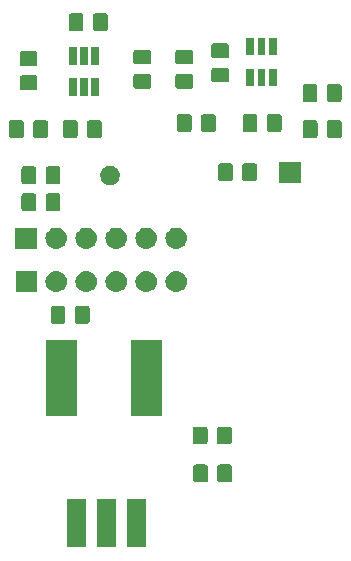
<source format=gts>
G04 #@! TF.GenerationSoftware,KiCad,Pcbnew,(5.1.4)-1*
G04 #@! TF.CreationDate,2019-11-26T11:13:51+01:00*
G04 #@! TF.ProjectId,SoundModule,536f756e-644d-46f6-9475-6c652e6b6963,rev?*
G04 #@! TF.SameCoordinates,Original*
G04 #@! TF.FileFunction,Soldermask,Top*
G04 #@! TF.FilePolarity,Negative*
%FSLAX46Y46*%
G04 Gerber Fmt 4.6, Leading zero omitted, Abs format (unit mm)*
G04 Created by KiCad (PCBNEW (5.1.4)-1) date 2019-11-26 11:13:51*
%MOMM*%
%LPD*%
G04 APERTURE LIST*
%ADD10C,0.100000*%
G04 APERTURE END LIST*
D10*
G36*
X120754340Y-103969520D02*
G01*
X119128340Y-103969520D01*
X119128340Y-99867520D01*
X120754340Y-99867520D01*
X120754340Y-103969520D01*
X120754340Y-103969520D01*
G37*
G36*
X125834340Y-103969520D02*
G01*
X124208340Y-103969520D01*
X124208340Y-99867520D01*
X125834340Y-99867520D01*
X125834340Y-103969520D01*
X125834340Y-103969520D01*
G37*
G36*
X123294340Y-103969520D02*
G01*
X121668340Y-103969520D01*
X121668340Y-99867520D01*
X123294340Y-99867520D01*
X123294340Y-103969520D01*
X123294340Y-103969520D01*
G37*
G36*
X130872354Y-96985045D02*
G01*
X130910047Y-96996479D01*
X130944783Y-97015046D01*
X130975228Y-97040032D01*
X131000214Y-97070477D01*
X131018781Y-97105213D01*
X131030215Y-97142906D01*
X131034680Y-97188241D01*
X131034680Y-98274919D01*
X131030215Y-98320254D01*
X131018781Y-98357947D01*
X131000214Y-98392683D01*
X130975228Y-98423128D01*
X130944783Y-98448114D01*
X130910047Y-98466681D01*
X130872354Y-98478115D01*
X130827019Y-98482580D01*
X129990341Y-98482580D01*
X129945006Y-98478115D01*
X129907313Y-98466681D01*
X129872577Y-98448114D01*
X129842132Y-98423128D01*
X129817146Y-98392683D01*
X129798579Y-98357947D01*
X129787145Y-98320254D01*
X129782680Y-98274919D01*
X129782680Y-97188241D01*
X129787145Y-97142906D01*
X129798579Y-97105213D01*
X129817146Y-97070477D01*
X129842132Y-97040032D01*
X129872577Y-97015046D01*
X129907313Y-96996479D01*
X129945006Y-96985045D01*
X129990341Y-96980580D01*
X130827019Y-96980580D01*
X130872354Y-96985045D01*
X130872354Y-96985045D01*
G37*
G36*
X132922354Y-96985045D02*
G01*
X132960047Y-96996479D01*
X132994783Y-97015046D01*
X133025228Y-97040032D01*
X133050214Y-97070477D01*
X133068781Y-97105213D01*
X133080215Y-97142906D01*
X133084680Y-97188241D01*
X133084680Y-98274919D01*
X133080215Y-98320254D01*
X133068781Y-98357947D01*
X133050214Y-98392683D01*
X133025228Y-98423128D01*
X132994783Y-98448114D01*
X132960047Y-98466681D01*
X132922354Y-98478115D01*
X132877019Y-98482580D01*
X132040341Y-98482580D01*
X131995006Y-98478115D01*
X131957313Y-98466681D01*
X131922577Y-98448114D01*
X131892132Y-98423128D01*
X131867146Y-98392683D01*
X131848579Y-98357947D01*
X131837145Y-98320254D01*
X131832680Y-98274919D01*
X131832680Y-97188241D01*
X131837145Y-97142906D01*
X131848579Y-97105213D01*
X131867146Y-97070477D01*
X131892132Y-97040032D01*
X131922577Y-97015046D01*
X131957313Y-96996479D01*
X131995006Y-96985045D01*
X132040341Y-96980580D01*
X132877019Y-96980580D01*
X132922354Y-96985045D01*
X132922354Y-96985045D01*
G37*
G36*
X130837954Y-93769405D02*
G01*
X130875647Y-93780839D01*
X130910383Y-93799406D01*
X130940828Y-93824392D01*
X130965814Y-93854837D01*
X130984381Y-93889573D01*
X130995815Y-93927266D01*
X131000280Y-93972601D01*
X131000280Y-95059279D01*
X130995815Y-95104614D01*
X130984381Y-95142307D01*
X130965814Y-95177043D01*
X130940828Y-95207488D01*
X130910383Y-95232474D01*
X130875647Y-95251041D01*
X130837954Y-95262475D01*
X130792619Y-95266940D01*
X129955941Y-95266940D01*
X129910606Y-95262475D01*
X129872913Y-95251041D01*
X129838177Y-95232474D01*
X129807732Y-95207488D01*
X129782746Y-95177043D01*
X129764179Y-95142307D01*
X129752745Y-95104614D01*
X129748280Y-95059279D01*
X129748280Y-93972601D01*
X129752745Y-93927266D01*
X129764179Y-93889573D01*
X129782746Y-93854837D01*
X129807732Y-93824392D01*
X129838177Y-93799406D01*
X129872913Y-93780839D01*
X129910606Y-93769405D01*
X129955941Y-93764940D01*
X130792619Y-93764940D01*
X130837954Y-93769405D01*
X130837954Y-93769405D01*
G37*
G36*
X132887954Y-93769405D02*
G01*
X132925647Y-93780839D01*
X132960383Y-93799406D01*
X132990828Y-93824392D01*
X133015814Y-93854837D01*
X133034381Y-93889573D01*
X133045815Y-93927266D01*
X133050280Y-93972601D01*
X133050280Y-95059279D01*
X133045815Y-95104614D01*
X133034381Y-95142307D01*
X133015814Y-95177043D01*
X132990828Y-95207488D01*
X132960383Y-95232474D01*
X132925647Y-95251041D01*
X132887954Y-95262475D01*
X132842619Y-95266940D01*
X132005941Y-95266940D01*
X131960606Y-95262475D01*
X131922913Y-95251041D01*
X131888177Y-95232474D01*
X131857732Y-95207488D01*
X131832746Y-95177043D01*
X131814179Y-95142307D01*
X131802745Y-95104614D01*
X131798280Y-95059279D01*
X131798280Y-93972601D01*
X131802745Y-93927266D01*
X131814179Y-93889573D01*
X131832746Y-93854837D01*
X131857732Y-93824392D01*
X131888177Y-93799406D01*
X131922913Y-93780839D01*
X131960606Y-93769405D01*
X132005941Y-93764940D01*
X132842619Y-93764940D01*
X132887954Y-93769405D01*
X132887954Y-93769405D01*
G37*
G36*
X127162180Y-92846680D02*
G01*
X124560180Y-92846680D01*
X124560180Y-86444680D01*
X127162180Y-86444680D01*
X127162180Y-92846680D01*
X127162180Y-92846680D01*
G37*
G36*
X119962180Y-92846680D02*
G01*
X117360180Y-92846680D01*
X117360180Y-86444680D01*
X119962180Y-86444680D01*
X119962180Y-92846680D01*
X119962180Y-92846680D01*
G37*
G36*
X118809674Y-83561145D02*
G01*
X118847367Y-83572579D01*
X118882103Y-83591146D01*
X118912548Y-83616132D01*
X118937534Y-83646577D01*
X118956101Y-83681313D01*
X118967535Y-83719006D01*
X118972000Y-83764341D01*
X118972000Y-84851019D01*
X118967535Y-84896354D01*
X118956101Y-84934047D01*
X118937534Y-84968783D01*
X118912548Y-84999228D01*
X118882103Y-85024214D01*
X118847367Y-85042781D01*
X118809674Y-85054215D01*
X118764339Y-85058680D01*
X117927661Y-85058680D01*
X117882326Y-85054215D01*
X117844633Y-85042781D01*
X117809897Y-85024214D01*
X117779452Y-84999228D01*
X117754466Y-84968783D01*
X117735899Y-84934047D01*
X117724465Y-84896354D01*
X117720000Y-84851019D01*
X117720000Y-83764341D01*
X117724465Y-83719006D01*
X117735899Y-83681313D01*
X117754466Y-83646577D01*
X117779452Y-83616132D01*
X117809897Y-83591146D01*
X117844633Y-83572579D01*
X117882326Y-83561145D01*
X117927661Y-83556680D01*
X118764339Y-83556680D01*
X118809674Y-83561145D01*
X118809674Y-83561145D01*
G37*
G36*
X120859674Y-83561145D02*
G01*
X120897367Y-83572579D01*
X120932103Y-83591146D01*
X120962548Y-83616132D01*
X120987534Y-83646577D01*
X121006101Y-83681313D01*
X121017535Y-83719006D01*
X121022000Y-83764341D01*
X121022000Y-84851019D01*
X121017535Y-84896354D01*
X121006101Y-84934047D01*
X120987534Y-84968783D01*
X120962548Y-84999228D01*
X120932103Y-85024214D01*
X120897367Y-85042781D01*
X120859674Y-85054215D01*
X120814339Y-85058680D01*
X119977661Y-85058680D01*
X119932326Y-85054215D01*
X119894633Y-85042781D01*
X119859897Y-85024214D01*
X119829452Y-84999228D01*
X119804466Y-84968783D01*
X119785899Y-84934047D01*
X119774465Y-84896354D01*
X119770000Y-84851019D01*
X119770000Y-83764341D01*
X119774465Y-83719006D01*
X119785899Y-83681313D01*
X119804466Y-83646577D01*
X119829452Y-83616132D01*
X119859897Y-83591146D01*
X119894633Y-83572579D01*
X119932326Y-83561145D01*
X119977661Y-83556680D01*
X120814339Y-83556680D01*
X120859674Y-83561145D01*
X120859674Y-83561145D01*
G37*
G36*
X125916643Y-80588719D02*
G01*
X125982827Y-80595237D01*
X126152666Y-80646757D01*
X126309191Y-80730422D01*
X126344929Y-80759752D01*
X126446386Y-80843014D01*
X126529648Y-80944471D01*
X126558978Y-80980209D01*
X126642643Y-81136734D01*
X126694163Y-81306573D01*
X126711559Y-81483200D01*
X126694163Y-81659827D01*
X126642643Y-81829666D01*
X126558978Y-81986191D01*
X126529648Y-82021929D01*
X126446386Y-82123386D01*
X126344929Y-82206648D01*
X126309191Y-82235978D01*
X126152666Y-82319643D01*
X125982827Y-82371163D01*
X125916642Y-82377682D01*
X125850460Y-82384200D01*
X125761940Y-82384200D01*
X125695758Y-82377682D01*
X125629573Y-82371163D01*
X125459734Y-82319643D01*
X125303209Y-82235978D01*
X125267471Y-82206648D01*
X125166014Y-82123386D01*
X125082752Y-82021929D01*
X125053422Y-81986191D01*
X124969757Y-81829666D01*
X124918237Y-81659827D01*
X124900841Y-81483200D01*
X124918237Y-81306573D01*
X124969757Y-81136734D01*
X125053422Y-80980209D01*
X125082752Y-80944471D01*
X125166014Y-80843014D01*
X125267471Y-80759752D01*
X125303209Y-80730422D01*
X125459734Y-80646757D01*
X125629573Y-80595237D01*
X125695757Y-80588719D01*
X125761940Y-80582200D01*
X125850460Y-80582200D01*
X125916643Y-80588719D01*
X125916643Y-80588719D01*
G37*
G36*
X116547200Y-82384200D02*
G01*
X114745200Y-82384200D01*
X114745200Y-80582200D01*
X116547200Y-80582200D01*
X116547200Y-82384200D01*
X116547200Y-82384200D01*
G37*
G36*
X118296643Y-80588719D02*
G01*
X118362827Y-80595237D01*
X118532666Y-80646757D01*
X118689191Y-80730422D01*
X118724929Y-80759752D01*
X118826386Y-80843014D01*
X118909648Y-80944471D01*
X118938978Y-80980209D01*
X119022643Y-81136734D01*
X119074163Y-81306573D01*
X119091559Y-81483200D01*
X119074163Y-81659827D01*
X119022643Y-81829666D01*
X118938978Y-81986191D01*
X118909648Y-82021929D01*
X118826386Y-82123386D01*
X118724929Y-82206648D01*
X118689191Y-82235978D01*
X118532666Y-82319643D01*
X118362827Y-82371163D01*
X118296642Y-82377682D01*
X118230460Y-82384200D01*
X118141940Y-82384200D01*
X118075758Y-82377682D01*
X118009573Y-82371163D01*
X117839734Y-82319643D01*
X117683209Y-82235978D01*
X117647471Y-82206648D01*
X117546014Y-82123386D01*
X117462752Y-82021929D01*
X117433422Y-81986191D01*
X117349757Y-81829666D01*
X117298237Y-81659827D01*
X117280841Y-81483200D01*
X117298237Y-81306573D01*
X117349757Y-81136734D01*
X117433422Y-80980209D01*
X117462752Y-80944471D01*
X117546014Y-80843014D01*
X117647471Y-80759752D01*
X117683209Y-80730422D01*
X117839734Y-80646757D01*
X118009573Y-80595237D01*
X118075757Y-80588719D01*
X118141940Y-80582200D01*
X118230460Y-80582200D01*
X118296643Y-80588719D01*
X118296643Y-80588719D01*
G37*
G36*
X120836643Y-80588719D02*
G01*
X120902827Y-80595237D01*
X121072666Y-80646757D01*
X121229191Y-80730422D01*
X121264929Y-80759752D01*
X121366386Y-80843014D01*
X121449648Y-80944471D01*
X121478978Y-80980209D01*
X121562643Y-81136734D01*
X121614163Y-81306573D01*
X121631559Y-81483200D01*
X121614163Y-81659827D01*
X121562643Y-81829666D01*
X121478978Y-81986191D01*
X121449648Y-82021929D01*
X121366386Y-82123386D01*
X121264929Y-82206648D01*
X121229191Y-82235978D01*
X121072666Y-82319643D01*
X120902827Y-82371163D01*
X120836642Y-82377682D01*
X120770460Y-82384200D01*
X120681940Y-82384200D01*
X120615758Y-82377682D01*
X120549573Y-82371163D01*
X120379734Y-82319643D01*
X120223209Y-82235978D01*
X120187471Y-82206648D01*
X120086014Y-82123386D01*
X120002752Y-82021929D01*
X119973422Y-81986191D01*
X119889757Y-81829666D01*
X119838237Y-81659827D01*
X119820841Y-81483200D01*
X119838237Y-81306573D01*
X119889757Y-81136734D01*
X119973422Y-80980209D01*
X120002752Y-80944471D01*
X120086014Y-80843014D01*
X120187471Y-80759752D01*
X120223209Y-80730422D01*
X120379734Y-80646757D01*
X120549573Y-80595237D01*
X120615757Y-80588719D01*
X120681940Y-80582200D01*
X120770460Y-80582200D01*
X120836643Y-80588719D01*
X120836643Y-80588719D01*
G37*
G36*
X123376643Y-80588719D02*
G01*
X123442827Y-80595237D01*
X123612666Y-80646757D01*
X123769191Y-80730422D01*
X123804929Y-80759752D01*
X123906386Y-80843014D01*
X123989648Y-80944471D01*
X124018978Y-80980209D01*
X124102643Y-81136734D01*
X124154163Y-81306573D01*
X124171559Y-81483200D01*
X124154163Y-81659827D01*
X124102643Y-81829666D01*
X124018978Y-81986191D01*
X123989648Y-82021929D01*
X123906386Y-82123386D01*
X123804929Y-82206648D01*
X123769191Y-82235978D01*
X123612666Y-82319643D01*
X123442827Y-82371163D01*
X123376642Y-82377682D01*
X123310460Y-82384200D01*
X123221940Y-82384200D01*
X123155758Y-82377682D01*
X123089573Y-82371163D01*
X122919734Y-82319643D01*
X122763209Y-82235978D01*
X122727471Y-82206648D01*
X122626014Y-82123386D01*
X122542752Y-82021929D01*
X122513422Y-81986191D01*
X122429757Y-81829666D01*
X122378237Y-81659827D01*
X122360841Y-81483200D01*
X122378237Y-81306573D01*
X122429757Y-81136734D01*
X122513422Y-80980209D01*
X122542752Y-80944471D01*
X122626014Y-80843014D01*
X122727471Y-80759752D01*
X122763209Y-80730422D01*
X122919734Y-80646757D01*
X123089573Y-80595237D01*
X123155757Y-80588719D01*
X123221940Y-80582200D01*
X123310460Y-80582200D01*
X123376643Y-80588719D01*
X123376643Y-80588719D01*
G37*
G36*
X128456643Y-80588719D02*
G01*
X128522827Y-80595237D01*
X128692666Y-80646757D01*
X128849191Y-80730422D01*
X128884929Y-80759752D01*
X128986386Y-80843014D01*
X129069648Y-80944471D01*
X129098978Y-80980209D01*
X129182643Y-81136734D01*
X129234163Y-81306573D01*
X129251559Y-81483200D01*
X129234163Y-81659827D01*
X129182643Y-81829666D01*
X129098978Y-81986191D01*
X129069648Y-82021929D01*
X128986386Y-82123386D01*
X128884929Y-82206648D01*
X128849191Y-82235978D01*
X128692666Y-82319643D01*
X128522827Y-82371163D01*
X128456642Y-82377682D01*
X128390460Y-82384200D01*
X128301940Y-82384200D01*
X128235758Y-82377682D01*
X128169573Y-82371163D01*
X127999734Y-82319643D01*
X127843209Y-82235978D01*
X127807471Y-82206648D01*
X127706014Y-82123386D01*
X127622752Y-82021929D01*
X127593422Y-81986191D01*
X127509757Y-81829666D01*
X127458237Y-81659827D01*
X127440841Y-81483200D01*
X127458237Y-81306573D01*
X127509757Y-81136734D01*
X127593422Y-80980209D01*
X127622752Y-80944471D01*
X127706014Y-80843014D01*
X127807471Y-80759752D01*
X127843209Y-80730422D01*
X127999734Y-80646757D01*
X128169573Y-80595237D01*
X128235757Y-80588719D01*
X128301940Y-80582200D01*
X128390460Y-80582200D01*
X128456643Y-80588719D01*
X128456643Y-80588719D01*
G37*
G36*
X128451563Y-76936199D02*
G01*
X128517747Y-76942717D01*
X128687586Y-76994237D01*
X128844111Y-77077902D01*
X128879849Y-77107232D01*
X128981306Y-77190494D01*
X129064568Y-77291951D01*
X129093898Y-77327689D01*
X129177563Y-77484214D01*
X129229083Y-77654053D01*
X129246479Y-77830680D01*
X129229083Y-78007307D01*
X129177563Y-78177146D01*
X129093898Y-78333671D01*
X129064568Y-78369409D01*
X128981306Y-78470866D01*
X128879849Y-78554128D01*
X128844111Y-78583458D01*
X128687586Y-78667123D01*
X128517747Y-78718643D01*
X128451562Y-78725162D01*
X128385380Y-78731680D01*
X128296860Y-78731680D01*
X128230678Y-78725162D01*
X128164493Y-78718643D01*
X127994654Y-78667123D01*
X127838129Y-78583458D01*
X127802391Y-78554128D01*
X127700934Y-78470866D01*
X127617672Y-78369409D01*
X127588342Y-78333671D01*
X127504677Y-78177146D01*
X127453157Y-78007307D01*
X127435761Y-77830680D01*
X127453157Y-77654053D01*
X127504677Y-77484214D01*
X127588342Y-77327689D01*
X127617672Y-77291951D01*
X127700934Y-77190494D01*
X127802391Y-77107232D01*
X127838129Y-77077902D01*
X127994654Y-76994237D01*
X128164493Y-76942717D01*
X128230677Y-76936199D01*
X128296860Y-76929680D01*
X128385380Y-76929680D01*
X128451563Y-76936199D01*
X128451563Y-76936199D01*
G37*
G36*
X116542120Y-78731680D02*
G01*
X114740120Y-78731680D01*
X114740120Y-76929680D01*
X116542120Y-76929680D01*
X116542120Y-78731680D01*
X116542120Y-78731680D01*
G37*
G36*
X118291563Y-76936199D02*
G01*
X118357747Y-76942717D01*
X118527586Y-76994237D01*
X118684111Y-77077902D01*
X118719849Y-77107232D01*
X118821306Y-77190494D01*
X118904568Y-77291951D01*
X118933898Y-77327689D01*
X119017563Y-77484214D01*
X119069083Y-77654053D01*
X119086479Y-77830680D01*
X119069083Y-78007307D01*
X119017563Y-78177146D01*
X118933898Y-78333671D01*
X118904568Y-78369409D01*
X118821306Y-78470866D01*
X118719849Y-78554128D01*
X118684111Y-78583458D01*
X118527586Y-78667123D01*
X118357747Y-78718643D01*
X118291562Y-78725162D01*
X118225380Y-78731680D01*
X118136860Y-78731680D01*
X118070678Y-78725162D01*
X118004493Y-78718643D01*
X117834654Y-78667123D01*
X117678129Y-78583458D01*
X117642391Y-78554128D01*
X117540934Y-78470866D01*
X117457672Y-78369409D01*
X117428342Y-78333671D01*
X117344677Y-78177146D01*
X117293157Y-78007307D01*
X117275761Y-77830680D01*
X117293157Y-77654053D01*
X117344677Y-77484214D01*
X117428342Y-77327689D01*
X117457672Y-77291951D01*
X117540934Y-77190494D01*
X117642391Y-77107232D01*
X117678129Y-77077902D01*
X117834654Y-76994237D01*
X118004493Y-76942717D01*
X118070677Y-76936199D01*
X118136860Y-76929680D01*
X118225380Y-76929680D01*
X118291563Y-76936199D01*
X118291563Y-76936199D01*
G37*
G36*
X120831563Y-76936199D02*
G01*
X120897747Y-76942717D01*
X121067586Y-76994237D01*
X121224111Y-77077902D01*
X121259849Y-77107232D01*
X121361306Y-77190494D01*
X121444568Y-77291951D01*
X121473898Y-77327689D01*
X121557563Y-77484214D01*
X121609083Y-77654053D01*
X121626479Y-77830680D01*
X121609083Y-78007307D01*
X121557563Y-78177146D01*
X121473898Y-78333671D01*
X121444568Y-78369409D01*
X121361306Y-78470866D01*
X121259849Y-78554128D01*
X121224111Y-78583458D01*
X121067586Y-78667123D01*
X120897747Y-78718643D01*
X120831562Y-78725162D01*
X120765380Y-78731680D01*
X120676860Y-78731680D01*
X120610678Y-78725162D01*
X120544493Y-78718643D01*
X120374654Y-78667123D01*
X120218129Y-78583458D01*
X120182391Y-78554128D01*
X120080934Y-78470866D01*
X119997672Y-78369409D01*
X119968342Y-78333671D01*
X119884677Y-78177146D01*
X119833157Y-78007307D01*
X119815761Y-77830680D01*
X119833157Y-77654053D01*
X119884677Y-77484214D01*
X119968342Y-77327689D01*
X119997672Y-77291951D01*
X120080934Y-77190494D01*
X120182391Y-77107232D01*
X120218129Y-77077902D01*
X120374654Y-76994237D01*
X120544493Y-76942717D01*
X120610677Y-76936199D01*
X120676860Y-76929680D01*
X120765380Y-76929680D01*
X120831563Y-76936199D01*
X120831563Y-76936199D01*
G37*
G36*
X123371563Y-76936199D02*
G01*
X123437747Y-76942717D01*
X123607586Y-76994237D01*
X123764111Y-77077902D01*
X123799849Y-77107232D01*
X123901306Y-77190494D01*
X123984568Y-77291951D01*
X124013898Y-77327689D01*
X124097563Y-77484214D01*
X124149083Y-77654053D01*
X124166479Y-77830680D01*
X124149083Y-78007307D01*
X124097563Y-78177146D01*
X124013898Y-78333671D01*
X123984568Y-78369409D01*
X123901306Y-78470866D01*
X123799849Y-78554128D01*
X123764111Y-78583458D01*
X123607586Y-78667123D01*
X123437747Y-78718643D01*
X123371562Y-78725162D01*
X123305380Y-78731680D01*
X123216860Y-78731680D01*
X123150678Y-78725162D01*
X123084493Y-78718643D01*
X122914654Y-78667123D01*
X122758129Y-78583458D01*
X122722391Y-78554128D01*
X122620934Y-78470866D01*
X122537672Y-78369409D01*
X122508342Y-78333671D01*
X122424677Y-78177146D01*
X122373157Y-78007307D01*
X122355761Y-77830680D01*
X122373157Y-77654053D01*
X122424677Y-77484214D01*
X122508342Y-77327689D01*
X122537672Y-77291951D01*
X122620934Y-77190494D01*
X122722391Y-77107232D01*
X122758129Y-77077902D01*
X122914654Y-76994237D01*
X123084493Y-76942717D01*
X123150677Y-76936199D01*
X123216860Y-76929680D01*
X123305380Y-76929680D01*
X123371563Y-76936199D01*
X123371563Y-76936199D01*
G37*
G36*
X125911563Y-76936199D02*
G01*
X125977747Y-76942717D01*
X126147586Y-76994237D01*
X126304111Y-77077902D01*
X126339849Y-77107232D01*
X126441306Y-77190494D01*
X126524568Y-77291951D01*
X126553898Y-77327689D01*
X126637563Y-77484214D01*
X126689083Y-77654053D01*
X126706479Y-77830680D01*
X126689083Y-78007307D01*
X126637563Y-78177146D01*
X126553898Y-78333671D01*
X126524568Y-78369409D01*
X126441306Y-78470866D01*
X126339849Y-78554128D01*
X126304111Y-78583458D01*
X126147586Y-78667123D01*
X125977747Y-78718643D01*
X125911562Y-78725162D01*
X125845380Y-78731680D01*
X125756860Y-78731680D01*
X125690678Y-78725162D01*
X125624493Y-78718643D01*
X125454654Y-78667123D01*
X125298129Y-78583458D01*
X125262391Y-78554128D01*
X125160934Y-78470866D01*
X125077672Y-78369409D01*
X125048342Y-78333671D01*
X124964677Y-78177146D01*
X124913157Y-78007307D01*
X124895761Y-77830680D01*
X124913157Y-77654053D01*
X124964677Y-77484214D01*
X125048342Y-77327689D01*
X125077672Y-77291951D01*
X125160934Y-77190494D01*
X125262391Y-77107232D01*
X125298129Y-77077902D01*
X125454654Y-76994237D01*
X125624493Y-76942717D01*
X125690677Y-76936199D01*
X125756860Y-76929680D01*
X125845380Y-76929680D01*
X125911563Y-76936199D01*
X125911563Y-76936199D01*
G37*
G36*
X116340794Y-74036145D02*
G01*
X116378487Y-74047579D01*
X116413223Y-74066146D01*
X116443668Y-74091132D01*
X116468654Y-74121577D01*
X116487221Y-74156313D01*
X116498655Y-74194006D01*
X116503120Y-74239341D01*
X116503120Y-75326019D01*
X116498655Y-75371354D01*
X116487221Y-75409047D01*
X116468654Y-75443783D01*
X116443668Y-75474228D01*
X116413223Y-75499214D01*
X116378487Y-75517781D01*
X116340794Y-75529215D01*
X116295459Y-75533680D01*
X115458781Y-75533680D01*
X115413446Y-75529215D01*
X115375753Y-75517781D01*
X115341017Y-75499214D01*
X115310572Y-75474228D01*
X115285586Y-75443783D01*
X115267019Y-75409047D01*
X115255585Y-75371354D01*
X115251120Y-75326019D01*
X115251120Y-74239341D01*
X115255585Y-74194006D01*
X115267019Y-74156313D01*
X115285586Y-74121577D01*
X115310572Y-74091132D01*
X115341017Y-74066146D01*
X115375753Y-74047579D01*
X115413446Y-74036145D01*
X115458781Y-74031680D01*
X116295459Y-74031680D01*
X116340794Y-74036145D01*
X116340794Y-74036145D01*
G37*
G36*
X118390794Y-74036145D02*
G01*
X118428487Y-74047579D01*
X118463223Y-74066146D01*
X118493668Y-74091132D01*
X118518654Y-74121577D01*
X118537221Y-74156313D01*
X118548655Y-74194006D01*
X118553120Y-74239341D01*
X118553120Y-75326019D01*
X118548655Y-75371354D01*
X118537221Y-75409047D01*
X118518654Y-75443783D01*
X118493668Y-75474228D01*
X118463223Y-75499214D01*
X118428487Y-75517781D01*
X118390794Y-75529215D01*
X118345459Y-75533680D01*
X117508781Y-75533680D01*
X117463446Y-75529215D01*
X117425753Y-75517781D01*
X117391017Y-75499214D01*
X117360572Y-75474228D01*
X117335586Y-75443783D01*
X117317019Y-75409047D01*
X117305585Y-75371354D01*
X117301120Y-75326019D01*
X117301120Y-74239341D01*
X117305585Y-74194006D01*
X117317019Y-74156313D01*
X117335586Y-74121577D01*
X117360572Y-74091132D01*
X117391017Y-74066146D01*
X117425753Y-74047579D01*
X117463446Y-74036145D01*
X117508781Y-74031680D01*
X118345459Y-74031680D01*
X118390794Y-74036145D01*
X118390794Y-74036145D01*
G37*
G36*
X122990514Y-71698614D02*
G01*
X123141744Y-71761256D01*
X123141746Y-71761257D01*
X123277852Y-71852200D01*
X123393600Y-71967948D01*
X123426945Y-72017853D01*
X123484544Y-72104056D01*
X123547186Y-72255286D01*
X123579120Y-72415832D01*
X123579120Y-72579528D01*
X123547186Y-72740074D01*
X123484544Y-72891304D01*
X123484543Y-72891306D01*
X123393600Y-73027412D01*
X123277852Y-73143160D01*
X123141746Y-73234103D01*
X123141745Y-73234104D01*
X123141744Y-73234104D01*
X122990514Y-73296746D01*
X122829968Y-73328680D01*
X122666272Y-73328680D01*
X122505726Y-73296746D01*
X122354496Y-73234104D01*
X122354495Y-73234104D01*
X122354494Y-73234103D01*
X122218388Y-73143160D01*
X122102640Y-73027412D01*
X122011697Y-72891306D01*
X122011696Y-72891304D01*
X121949054Y-72740074D01*
X121917120Y-72579528D01*
X121917120Y-72415832D01*
X121949054Y-72255286D01*
X122011696Y-72104056D01*
X122069295Y-72017853D01*
X122102640Y-71967948D01*
X122218388Y-71852200D01*
X122354494Y-71761257D01*
X122354496Y-71761256D01*
X122505726Y-71698614D01*
X122666272Y-71666680D01*
X122829968Y-71666680D01*
X122990514Y-71698614D01*
X122990514Y-71698614D01*
G37*
G36*
X118390794Y-71750145D02*
G01*
X118428487Y-71761579D01*
X118463223Y-71780146D01*
X118493668Y-71805132D01*
X118518654Y-71835577D01*
X118537221Y-71870313D01*
X118548655Y-71908006D01*
X118553120Y-71953341D01*
X118553120Y-73040019D01*
X118548655Y-73085354D01*
X118537221Y-73123047D01*
X118518654Y-73157783D01*
X118493668Y-73188228D01*
X118463223Y-73213214D01*
X118428487Y-73231781D01*
X118390794Y-73243215D01*
X118345459Y-73247680D01*
X117508781Y-73247680D01*
X117463446Y-73243215D01*
X117425753Y-73231781D01*
X117391017Y-73213214D01*
X117360572Y-73188228D01*
X117335586Y-73157783D01*
X117317019Y-73123047D01*
X117305585Y-73085354D01*
X117301120Y-73040019D01*
X117301120Y-71953341D01*
X117305585Y-71908006D01*
X117317019Y-71870313D01*
X117335586Y-71835577D01*
X117360572Y-71805132D01*
X117391017Y-71780146D01*
X117425753Y-71761579D01*
X117463446Y-71750145D01*
X117508781Y-71745680D01*
X118345459Y-71745680D01*
X118390794Y-71750145D01*
X118390794Y-71750145D01*
G37*
G36*
X116340794Y-71750145D02*
G01*
X116378487Y-71761579D01*
X116413223Y-71780146D01*
X116443668Y-71805132D01*
X116468654Y-71835577D01*
X116487221Y-71870313D01*
X116498655Y-71908006D01*
X116503120Y-71953341D01*
X116503120Y-73040019D01*
X116498655Y-73085354D01*
X116487221Y-73123047D01*
X116468654Y-73157783D01*
X116443668Y-73188228D01*
X116413223Y-73213214D01*
X116378487Y-73231781D01*
X116340794Y-73243215D01*
X116295459Y-73247680D01*
X115458781Y-73247680D01*
X115413446Y-73243215D01*
X115375753Y-73231781D01*
X115341017Y-73213214D01*
X115310572Y-73188228D01*
X115285586Y-73157783D01*
X115267019Y-73123047D01*
X115255585Y-73085354D01*
X115251120Y-73040019D01*
X115251120Y-71953341D01*
X115255585Y-71908006D01*
X115267019Y-71870313D01*
X115285586Y-71835577D01*
X115310572Y-71805132D01*
X115341017Y-71780146D01*
X115375753Y-71761579D01*
X115413446Y-71750145D01*
X115458781Y-71745680D01*
X116295459Y-71745680D01*
X116340794Y-71750145D01*
X116340794Y-71750145D01*
G37*
G36*
X138894120Y-73143680D02*
G01*
X137092120Y-73143680D01*
X137092120Y-71341680D01*
X138894120Y-71341680D01*
X138894120Y-73143680D01*
X138894120Y-73143680D01*
G37*
G36*
X135036794Y-71496145D02*
G01*
X135074487Y-71507579D01*
X135109223Y-71526146D01*
X135139668Y-71551132D01*
X135164654Y-71581577D01*
X135183221Y-71616313D01*
X135194655Y-71654006D01*
X135199120Y-71699341D01*
X135199120Y-72786019D01*
X135194655Y-72831354D01*
X135183221Y-72869047D01*
X135164654Y-72903783D01*
X135139668Y-72934228D01*
X135109223Y-72959214D01*
X135074487Y-72977781D01*
X135036794Y-72989215D01*
X134991459Y-72993680D01*
X134154781Y-72993680D01*
X134109446Y-72989215D01*
X134071753Y-72977781D01*
X134037017Y-72959214D01*
X134006572Y-72934228D01*
X133981586Y-72903783D01*
X133963019Y-72869047D01*
X133951585Y-72831354D01*
X133947120Y-72786019D01*
X133947120Y-71699341D01*
X133951585Y-71654006D01*
X133963019Y-71616313D01*
X133981586Y-71581577D01*
X134006572Y-71551132D01*
X134037017Y-71526146D01*
X134071753Y-71507579D01*
X134109446Y-71496145D01*
X134154781Y-71491680D01*
X134991459Y-71491680D01*
X135036794Y-71496145D01*
X135036794Y-71496145D01*
G37*
G36*
X132986794Y-71496145D02*
G01*
X133024487Y-71507579D01*
X133059223Y-71526146D01*
X133089668Y-71551132D01*
X133114654Y-71581577D01*
X133133221Y-71616313D01*
X133144655Y-71654006D01*
X133149120Y-71699341D01*
X133149120Y-72786019D01*
X133144655Y-72831354D01*
X133133221Y-72869047D01*
X133114654Y-72903783D01*
X133089668Y-72934228D01*
X133059223Y-72959214D01*
X133024487Y-72977781D01*
X132986794Y-72989215D01*
X132941459Y-72993680D01*
X132104781Y-72993680D01*
X132059446Y-72989215D01*
X132021753Y-72977781D01*
X131987017Y-72959214D01*
X131956572Y-72934228D01*
X131931586Y-72903783D01*
X131913019Y-72869047D01*
X131901585Y-72831354D01*
X131897120Y-72786019D01*
X131897120Y-71699341D01*
X131901585Y-71654006D01*
X131913019Y-71616313D01*
X131931586Y-71581577D01*
X131956572Y-71551132D01*
X131987017Y-71526146D01*
X132021753Y-71507579D01*
X132059446Y-71496145D01*
X132104781Y-71491680D01*
X132941459Y-71491680D01*
X132986794Y-71496145D01*
X132986794Y-71496145D01*
G37*
G36*
X142204674Y-67833465D02*
G01*
X142242367Y-67844899D01*
X142277103Y-67863466D01*
X142307548Y-67888452D01*
X142332534Y-67918897D01*
X142351101Y-67953633D01*
X142362535Y-67991326D01*
X142367000Y-68036661D01*
X142367000Y-69123339D01*
X142362535Y-69168674D01*
X142351101Y-69206367D01*
X142332534Y-69241103D01*
X142307548Y-69271548D01*
X142277103Y-69296534D01*
X142242367Y-69315101D01*
X142204674Y-69326535D01*
X142159339Y-69331000D01*
X141322661Y-69331000D01*
X141277326Y-69326535D01*
X141239633Y-69315101D01*
X141204897Y-69296534D01*
X141174452Y-69271548D01*
X141149466Y-69241103D01*
X141130899Y-69206367D01*
X141119465Y-69168674D01*
X141115000Y-69123339D01*
X141115000Y-68036661D01*
X141119465Y-67991326D01*
X141130899Y-67953633D01*
X141149466Y-67918897D01*
X141174452Y-67888452D01*
X141204897Y-67863466D01*
X141239633Y-67844899D01*
X141277326Y-67833465D01*
X141322661Y-67829000D01*
X142159339Y-67829000D01*
X142204674Y-67833465D01*
X142204674Y-67833465D01*
G37*
G36*
X121893674Y-67833465D02*
G01*
X121931367Y-67844899D01*
X121966103Y-67863466D01*
X121996548Y-67888452D01*
X122021534Y-67918897D01*
X122040101Y-67953633D01*
X122051535Y-67991326D01*
X122056000Y-68036661D01*
X122056000Y-69123339D01*
X122051535Y-69168674D01*
X122040101Y-69206367D01*
X122021534Y-69241103D01*
X121996548Y-69271548D01*
X121966103Y-69296534D01*
X121931367Y-69315101D01*
X121893674Y-69326535D01*
X121848339Y-69331000D01*
X121011661Y-69331000D01*
X120966326Y-69326535D01*
X120928633Y-69315101D01*
X120893897Y-69296534D01*
X120863452Y-69271548D01*
X120838466Y-69241103D01*
X120819899Y-69206367D01*
X120808465Y-69168674D01*
X120804000Y-69123339D01*
X120804000Y-68036661D01*
X120808465Y-67991326D01*
X120819899Y-67953633D01*
X120838466Y-67918897D01*
X120863452Y-67888452D01*
X120893897Y-67863466D01*
X120928633Y-67844899D01*
X120966326Y-67833465D01*
X121011661Y-67829000D01*
X121848339Y-67829000D01*
X121893674Y-67833465D01*
X121893674Y-67833465D01*
G37*
G36*
X115279074Y-67833465D02*
G01*
X115316767Y-67844899D01*
X115351503Y-67863466D01*
X115381948Y-67888452D01*
X115406934Y-67918897D01*
X115425501Y-67953633D01*
X115436935Y-67991326D01*
X115441400Y-68036661D01*
X115441400Y-69123339D01*
X115436935Y-69168674D01*
X115425501Y-69206367D01*
X115406934Y-69241103D01*
X115381948Y-69271548D01*
X115351503Y-69296534D01*
X115316767Y-69315101D01*
X115279074Y-69326535D01*
X115233739Y-69331000D01*
X114397061Y-69331000D01*
X114351726Y-69326535D01*
X114314033Y-69315101D01*
X114279297Y-69296534D01*
X114248852Y-69271548D01*
X114223866Y-69241103D01*
X114205299Y-69206367D01*
X114193865Y-69168674D01*
X114189400Y-69123339D01*
X114189400Y-68036661D01*
X114193865Y-67991326D01*
X114205299Y-67953633D01*
X114223866Y-67918897D01*
X114248852Y-67888452D01*
X114279297Y-67863466D01*
X114314033Y-67844899D01*
X114351726Y-67833465D01*
X114397061Y-67829000D01*
X115233739Y-67829000D01*
X115279074Y-67833465D01*
X115279074Y-67833465D01*
G37*
G36*
X119843674Y-67833465D02*
G01*
X119881367Y-67844899D01*
X119916103Y-67863466D01*
X119946548Y-67888452D01*
X119971534Y-67918897D01*
X119990101Y-67953633D01*
X120001535Y-67991326D01*
X120006000Y-68036661D01*
X120006000Y-69123339D01*
X120001535Y-69168674D01*
X119990101Y-69206367D01*
X119971534Y-69241103D01*
X119946548Y-69271548D01*
X119916103Y-69296534D01*
X119881367Y-69315101D01*
X119843674Y-69326535D01*
X119798339Y-69331000D01*
X118961661Y-69331000D01*
X118916326Y-69326535D01*
X118878633Y-69315101D01*
X118843897Y-69296534D01*
X118813452Y-69271548D01*
X118788466Y-69241103D01*
X118769899Y-69206367D01*
X118758465Y-69168674D01*
X118754000Y-69123339D01*
X118754000Y-68036661D01*
X118758465Y-67991326D01*
X118769899Y-67953633D01*
X118788466Y-67918897D01*
X118813452Y-67888452D01*
X118843897Y-67863466D01*
X118878633Y-67844899D01*
X118916326Y-67833465D01*
X118961661Y-67829000D01*
X119798339Y-67829000D01*
X119843674Y-67833465D01*
X119843674Y-67833465D01*
G37*
G36*
X140154674Y-67833465D02*
G01*
X140192367Y-67844899D01*
X140227103Y-67863466D01*
X140257548Y-67888452D01*
X140282534Y-67918897D01*
X140301101Y-67953633D01*
X140312535Y-67991326D01*
X140317000Y-68036661D01*
X140317000Y-69123339D01*
X140312535Y-69168674D01*
X140301101Y-69206367D01*
X140282534Y-69241103D01*
X140257548Y-69271548D01*
X140227103Y-69296534D01*
X140192367Y-69315101D01*
X140154674Y-69326535D01*
X140109339Y-69331000D01*
X139272661Y-69331000D01*
X139227326Y-69326535D01*
X139189633Y-69315101D01*
X139154897Y-69296534D01*
X139124452Y-69271548D01*
X139099466Y-69241103D01*
X139080899Y-69206367D01*
X139069465Y-69168674D01*
X139065000Y-69123339D01*
X139065000Y-68036661D01*
X139069465Y-67991326D01*
X139080899Y-67953633D01*
X139099466Y-67918897D01*
X139124452Y-67888452D01*
X139154897Y-67863466D01*
X139189633Y-67844899D01*
X139227326Y-67833465D01*
X139272661Y-67829000D01*
X140109339Y-67829000D01*
X140154674Y-67833465D01*
X140154674Y-67833465D01*
G37*
G36*
X117329074Y-67833465D02*
G01*
X117366767Y-67844899D01*
X117401503Y-67863466D01*
X117431948Y-67888452D01*
X117456934Y-67918897D01*
X117475501Y-67953633D01*
X117486935Y-67991326D01*
X117491400Y-68036661D01*
X117491400Y-69123339D01*
X117486935Y-69168674D01*
X117475501Y-69206367D01*
X117456934Y-69241103D01*
X117431948Y-69271548D01*
X117401503Y-69296534D01*
X117366767Y-69315101D01*
X117329074Y-69326535D01*
X117283739Y-69331000D01*
X116447061Y-69331000D01*
X116401726Y-69326535D01*
X116364033Y-69315101D01*
X116329297Y-69296534D01*
X116298852Y-69271548D01*
X116273866Y-69241103D01*
X116255299Y-69206367D01*
X116243865Y-69168674D01*
X116239400Y-69123339D01*
X116239400Y-68036661D01*
X116243865Y-67991326D01*
X116255299Y-67953633D01*
X116273866Y-67918897D01*
X116298852Y-67888452D01*
X116329297Y-67863466D01*
X116364033Y-67844899D01*
X116401726Y-67833465D01*
X116447061Y-67829000D01*
X117283739Y-67829000D01*
X117329074Y-67833465D01*
X117329074Y-67833465D01*
G37*
G36*
X135065674Y-67325465D02*
G01*
X135103367Y-67336899D01*
X135138103Y-67355466D01*
X135168548Y-67380452D01*
X135193534Y-67410897D01*
X135212101Y-67445633D01*
X135223535Y-67483326D01*
X135228000Y-67528661D01*
X135228000Y-68615339D01*
X135223535Y-68660674D01*
X135212101Y-68698367D01*
X135193534Y-68733103D01*
X135168548Y-68763548D01*
X135138103Y-68788534D01*
X135103367Y-68807101D01*
X135065674Y-68818535D01*
X135020339Y-68823000D01*
X134183661Y-68823000D01*
X134138326Y-68818535D01*
X134100633Y-68807101D01*
X134065897Y-68788534D01*
X134035452Y-68763548D01*
X134010466Y-68733103D01*
X133991899Y-68698367D01*
X133980465Y-68660674D01*
X133976000Y-68615339D01*
X133976000Y-67528661D01*
X133980465Y-67483326D01*
X133991899Y-67445633D01*
X134010466Y-67410897D01*
X134035452Y-67380452D01*
X134065897Y-67355466D01*
X134100633Y-67336899D01*
X134138326Y-67325465D01*
X134183661Y-67321000D01*
X135020339Y-67321000D01*
X135065674Y-67325465D01*
X135065674Y-67325465D01*
G37*
G36*
X131545674Y-67325465D02*
G01*
X131583367Y-67336899D01*
X131618103Y-67355466D01*
X131648548Y-67380452D01*
X131673534Y-67410897D01*
X131692101Y-67445633D01*
X131703535Y-67483326D01*
X131708000Y-67528661D01*
X131708000Y-68615339D01*
X131703535Y-68660674D01*
X131692101Y-68698367D01*
X131673534Y-68733103D01*
X131648548Y-68763548D01*
X131618103Y-68788534D01*
X131583367Y-68807101D01*
X131545674Y-68818535D01*
X131500339Y-68823000D01*
X130663661Y-68823000D01*
X130618326Y-68818535D01*
X130580633Y-68807101D01*
X130545897Y-68788534D01*
X130515452Y-68763548D01*
X130490466Y-68733103D01*
X130471899Y-68698367D01*
X130460465Y-68660674D01*
X130456000Y-68615339D01*
X130456000Y-67528661D01*
X130460465Y-67483326D01*
X130471899Y-67445633D01*
X130490466Y-67410897D01*
X130515452Y-67380452D01*
X130545897Y-67355466D01*
X130580633Y-67336899D01*
X130618326Y-67325465D01*
X130663661Y-67321000D01*
X131500339Y-67321000D01*
X131545674Y-67325465D01*
X131545674Y-67325465D01*
G37*
G36*
X129495674Y-67325465D02*
G01*
X129533367Y-67336899D01*
X129568103Y-67355466D01*
X129598548Y-67380452D01*
X129623534Y-67410897D01*
X129642101Y-67445633D01*
X129653535Y-67483326D01*
X129658000Y-67528661D01*
X129658000Y-68615339D01*
X129653535Y-68660674D01*
X129642101Y-68698367D01*
X129623534Y-68733103D01*
X129598548Y-68763548D01*
X129568103Y-68788534D01*
X129533367Y-68807101D01*
X129495674Y-68818535D01*
X129450339Y-68823000D01*
X128613661Y-68823000D01*
X128568326Y-68818535D01*
X128530633Y-68807101D01*
X128495897Y-68788534D01*
X128465452Y-68763548D01*
X128440466Y-68733103D01*
X128421899Y-68698367D01*
X128410465Y-68660674D01*
X128406000Y-68615339D01*
X128406000Y-67528661D01*
X128410465Y-67483326D01*
X128421899Y-67445633D01*
X128440466Y-67410897D01*
X128465452Y-67380452D01*
X128495897Y-67355466D01*
X128530633Y-67336899D01*
X128568326Y-67325465D01*
X128613661Y-67321000D01*
X129450339Y-67321000D01*
X129495674Y-67325465D01*
X129495674Y-67325465D01*
G37*
G36*
X137115674Y-67325465D02*
G01*
X137153367Y-67336899D01*
X137188103Y-67355466D01*
X137218548Y-67380452D01*
X137243534Y-67410897D01*
X137262101Y-67445633D01*
X137273535Y-67483326D01*
X137278000Y-67528661D01*
X137278000Y-68615339D01*
X137273535Y-68660674D01*
X137262101Y-68698367D01*
X137243534Y-68733103D01*
X137218548Y-68763548D01*
X137188103Y-68788534D01*
X137153367Y-68807101D01*
X137115674Y-68818535D01*
X137070339Y-68823000D01*
X136233661Y-68823000D01*
X136188326Y-68818535D01*
X136150633Y-68807101D01*
X136115897Y-68788534D01*
X136085452Y-68763548D01*
X136060466Y-68733103D01*
X136041899Y-68698367D01*
X136030465Y-68660674D01*
X136026000Y-68615339D01*
X136026000Y-67528661D01*
X136030465Y-67483326D01*
X136041899Y-67445633D01*
X136060466Y-67410897D01*
X136085452Y-67380452D01*
X136115897Y-67355466D01*
X136150633Y-67336899D01*
X136188326Y-67325465D01*
X136233661Y-67321000D01*
X137070339Y-67321000D01*
X137115674Y-67325465D01*
X137115674Y-67325465D01*
G37*
G36*
X140145674Y-64785465D02*
G01*
X140183367Y-64796899D01*
X140218103Y-64815466D01*
X140248548Y-64840452D01*
X140273534Y-64870897D01*
X140292101Y-64905633D01*
X140303535Y-64943326D01*
X140308000Y-64988661D01*
X140308000Y-66075339D01*
X140303535Y-66120674D01*
X140292101Y-66158367D01*
X140273534Y-66193103D01*
X140248548Y-66223548D01*
X140218103Y-66248534D01*
X140183367Y-66267101D01*
X140145674Y-66278535D01*
X140100339Y-66283000D01*
X139263661Y-66283000D01*
X139218326Y-66278535D01*
X139180633Y-66267101D01*
X139145897Y-66248534D01*
X139115452Y-66223548D01*
X139090466Y-66193103D01*
X139071899Y-66158367D01*
X139060465Y-66120674D01*
X139056000Y-66075339D01*
X139056000Y-64988661D01*
X139060465Y-64943326D01*
X139071899Y-64905633D01*
X139090466Y-64870897D01*
X139115452Y-64840452D01*
X139145897Y-64815466D01*
X139180633Y-64796899D01*
X139218326Y-64785465D01*
X139263661Y-64781000D01*
X140100339Y-64781000D01*
X140145674Y-64785465D01*
X140145674Y-64785465D01*
G37*
G36*
X142195674Y-64785465D02*
G01*
X142233367Y-64796899D01*
X142268103Y-64815466D01*
X142298548Y-64840452D01*
X142323534Y-64870897D01*
X142342101Y-64905633D01*
X142353535Y-64943326D01*
X142358000Y-64988661D01*
X142358000Y-66075339D01*
X142353535Y-66120674D01*
X142342101Y-66158367D01*
X142323534Y-66193103D01*
X142298548Y-66223548D01*
X142268103Y-66248534D01*
X142233367Y-66267101D01*
X142195674Y-66278535D01*
X142150339Y-66283000D01*
X141313661Y-66283000D01*
X141268326Y-66278535D01*
X141230633Y-66267101D01*
X141195897Y-66248534D01*
X141165452Y-66223548D01*
X141140466Y-66193103D01*
X141121899Y-66158367D01*
X141110465Y-66120674D01*
X141106000Y-66075339D01*
X141106000Y-64988661D01*
X141110465Y-64943326D01*
X141121899Y-64905633D01*
X141140466Y-64870897D01*
X141165452Y-64840452D01*
X141195897Y-64815466D01*
X141230633Y-64796899D01*
X141268326Y-64785465D01*
X141313661Y-64781000D01*
X142150339Y-64781000D01*
X142195674Y-64785465D01*
X142195674Y-64785465D01*
G37*
G36*
X119914200Y-65749600D02*
G01*
X119262200Y-65749600D01*
X119262200Y-64247600D01*
X119914200Y-64247600D01*
X119914200Y-65749600D01*
X119914200Y-65749600D01*
G37*
G36*
X120864200Y-65749600D02*
G01*
X120212200Y-65749600D01*
X120212200Y-64247600D01*
X120864200Y-64247600D01*
X120864200Y-65749600D01*
X120864200Y-65749600D01*
G37*
G36*
X121814200Y-65749600D02*
G01*
X121162200Y-65749600D01*
X121162200Y-64247600D01*
X121814200Y-64247600D01*
X121814200Y-65749600D01*
X121814200Y-65749600D01*
G37*
G36*
X116438074Y-64039465D02*
G01*
X116475767Y-64050899D01*
X116510503Y-64069466D01*
X116540948Y-64094452D01*
X116565934Y-64124897D01*
X116584501Y-64159633D01*
X116595935Y-64197326D01*
X116600400Y-64242661D01*
X116600400Y-65079339D01*
X116595935Y-65124674D01*
X116584501Y-65162367D01*
X116565934Y-65197103D01*
X116540948Y-65227548D01*
X116510503Y-65252534D01*
X116475767Y-65271101D01*
X116438074Y-65282535D01*
X116392739Y-65287000D01*
X115306061Y-65287000D01*
X115260726Y-65282535D01*
X115223033Y-65271101D01*
X115188297Y-65252534D01*
X115157852Y-65227548D01*
X115132866Y-65197103D01*
X115114299Y-65162367D01*
X115102865Y-65124674D01*
X115098400Y-65079339D01*
X115098400Y-64242661D01*
X115102865Y-64197326D01*
X115114299Y-64159633D01*
X115132866Y-64124897D01*
X115157852Y-64094452D01*
X115188297Y-64069466D01*
X115223033Y-64050899D01*
X115260726Y-64039465D01*
X115306061Y-64035000D01*
X116392739Y-64035000D01*
X116438074Y-64039465D01*
X116438074Y-64039465D01*
G37*
G36*
X126064674Y-63912465D02*
G01*
X126102367Y-63923899D01*
X126137103Y-63942466D01*
X126167548Y-63967452D01*
X126192534Y-63997897D01*
X126211101Y-64032633D01*
X126222535Y-64070326D01*
X126227000Y-64115661D01*
X126227000Y-64952339D01*
X126222535Y-64997674D01*
X126211101Y-65035367D01*
X126192534Y-65070103D01*
X126167548Y-65100548D01*
X126137103Y-65125534D01*
X126102367Y-65144101D01*
X126064674Y-65155535D01*
X126019339Y-65160000D01*
X124932661Y-65160000D01*
X124887326Y-65155535D01*
X124849633Y-65144101D01*
X124814897Y-65125534D01*
X124784452Y-65100548D01*
X124759466Y-65070103D01*
X124740899Y-65035367D01*
X124729465Y-64997674D01*
X124725000Y-64952339D01*
X124725000Y-64115661D01*
X124729465Y-64070326D01*
X124740899Y-64032633D01*
X124759466Y-63997897D01*
X124784452Y-63967452D01*
X124814897Y-63942466D01*
X124849633Y-63923899D01*
X124887326Y-63912465D01*
X124932661Y-63908000D01*
X126019339Y-63908000D01*
X126064674Y-63912465D01*
X126064674Y-63912465D01*
G37*
G36*
X129620674Y-63912465D02*
G01*
X129658367Y-63923899D01*
X129693103Y-63942466D01*
X129723548Y-63967452D01*
X129748534Y-63997897D01*
X129767101Y-64032633D01*
X129778535Y-64070326D01*
X129783000Y-64115661D01*
X129783000Y-64952339D01*
X129778535Y-64997674D01*
X129767101Y-65035367D01*
X129748534Y-65070103D01*
X129723548Y-65100548D01*
X129693103Y-65125534D01*
X129658367Y-65144101D01*
X129620674Y-65155535D01*
X129575339Y-65160000D01*
X128488661Y-65160000D01*
X128443326Y-65155535D01*
X128405633Y-65144101D01*
X128370897Y-65125534D01*
X128340452Y-65100548D01*
X128315466Y-65070103D01*
X128296899Y-65035367D01*
X128285465Y-64997674D01*
X128281000Y-64952339D01*
X128281000Y-64115661D01*
X128285465Y-64070326D01*
X128296899Y-64032633D01*
X128315466Y-63997897D01*
X128340452Y-63967452D01*
X128370897Y-63942466D01*
X128405633Y-63923899D01*
X128443326Y-63912465D01*
X128488661Y-63908000D01*
X129575339Y-63908000D01*
X129620674Y-63912465D01*
X129620674Y-63912465D01*
G37*
G36*
X136846000Y-64962200D02*
G01*
X136194000Y-64962200D01*
X136194000Y-63460200D01*
X136846000Y-63460200D01*
X136846000Y-64962200D01*
X136846000Y-64962200D01*
G37*
G36*
X134946000Y-64962200D02*
G01*
X134294000Y-64962200D01*
X134294000Y-63460200D01*
X134946000Y-63460200D01*
X134946000Y-64962200D01*
X134946000Y-64962200D01*
G37*
G36*
X135896000Y-64962200D02*
G01*
X135244000Y-64962200D01*
X135244000Y-63460200D01*
X135896000Y-63460200D01*
X135896000Y-64962200D01*
X135896000Y-64962200D01*
G37*
G36*
X132668674Y-63386465D02*
G01*
X132706367Y-63397899D01*
X132741103Y-63416466D01*
X132771548Y-63441452D01*
X132796534Y-63471897D01*
X132815101Y-63506633D01*
X132826535Y-63544326D01*
X132831000Y-63589661D01*
X132831000Y-64426339D01*
X132826535Y-64471674D01*
X132815101Y-64509367D01*
X132796534Y-64544103D01*
X132771548Y-64574548D01*
X132741103Y-64599534D01*
X132706367Y-64618101D01*
X132668674Y-64629535D01*
X132623339Y-64634000D01*
X131536661Y-64634000D01*
X131491326Y-64629535D01*
X131453633Y-64618101D01*
X131418897Y-64599534D01*
X131388452Y-64574548D01*
X131363466Y-64544103D01*
X131344899Y-64509367D01*
X131333465Y-64471674D01*
X131329000Y-64426339D01*
X131329000Y-63589661D01*
X131333465Y-63544326D01*
X131344899Y-63506633D01*
X131363466Y-63471897D01*
X131388452Y-63441452D01*
X131418897Y-63416466D01*
X131453633Y-63397899D01*
X131491326Y-63386465D01*
X131536661Y-63382000D01*
X132623339Y-63382000D01*
X132668674Y-63386465D01*
X132668674Y-63386465D01*
G37*
G36*
X116438074Y-61989465D02*
G01*
X116475767Y-62000899D01*
X116510503Y-62019466D01*
X116540948Y-62044452D01*
X116565934Y-62074897D01*
X116584501Y-62109633D01*
X116595935Y-62147326D01*
X116600400Y-62192661D01*
X116600400Y-63029339D01*
X116595935Y-63074674D01*
X116584501Y-63112367D01*
X116565934Y-63147103D01*
X116540948Y-63177548D01*
X116510503Y-63202534D01*
X116475767Y-63221101D01*
X116438074Y-63232535D01*
X116392739Y-63237000D01*
X115306061Y-63237000D01*
X115260726Y-63232535D01*
X115223033Y-63221101D01*
X115188297Y-63202534D01*
X115157852Y-63177548D01*
X115132866Y-63147103D01*
X115114299Y-63112367D01*
X115102865Y-63074674D01*
X115098400Y-63029339D01*
X115098400Y-62192661D01*
X115102865Y-62147326D01*
X115114299Y-62109633D01*
X115132866Y-62074897D01*
X115157852Y-62044452D01*
X115188297Y-62019466D01*
X115223033Y-62000899D01*
X115260726Y-61989465D01*
X115306061Y-61985000D01*
X116392739Y-61985000D01*
X116438074Y-61989465D01*
X116438074Y-61989465D01*
G37*
G36*
X119914200Y-63133400D02*
G01*
X119262200Y-63133400D01*
X119262200Y-61631400D01*
X119914200Y-61631400D01*
X119914200Y-63133400D01*
X119914200Y-63133400D01*
G37*
G36*
X120864200Y-63133400D02*
G01*
X120212200Y-63133400D01*
X120212200Y-61631400D01*
X120864200Y-61631400D01*
X120864200Y-63133400D01*
X120864200Y-63133400D01*
G37*
G36*
X121814200Y-63133400D02*
G01*
X121162200Y-63133400D01*
X121162200Y-61631400D01*
X121814200Y-61631400D01*
X121814200Y-63133400D01*
X121814200Y-63133400D01*
G37*
G36*
X126064674Y-61862465D02*
G01*
X126102367Y-61873899D01*
X126137103Y-61892466D01*
X126167548Y-61917452D01*
X126192534Y-61947897D01*
X126211101Y-61982633D01*
X126222535Y-62020326D01*
X126227000Y-62065661D01*
X126227000Y-62902339D01*
X126222535Y-62947674D01*
X126211101Y-62985367D01*
X126192534Y-63020103D01*
X126167548Y-63050548D01*
X126137103Y-63075534D01*
X126102367Y-63094101D01*
X126064674Y-63105535D01*
X126019339Y-63110000D01*
X124932661Y-63110000D01*
X124887326Y-63105535D01*
X124849633Y-63094101D01*
X124814897Y-63075534D01*
X124784452Y-63050548D01*
X124759466Y-63020103D01*
X124740899Y-62985367D01*
X124729465Y-62947674D01*
X124725000Y-62902339D01*
X124725000Y-62065661D01*
X124729465Y-62020326D01*
X124740899Y-61982633D01*
X124759466Y-61947897D01*
X124784452Y-61917452D01*
X124814897Y-61892466D01*
X124849633Y-61873899D01*
X124887326Y-61862465D01*
X124932661Y-61858000D01*
X126019339Y-61858000D01*
X126064674Y-61862465D01*
X126064674Y-61862465D01*
G37*
G36*
X129620674Y-61862465D02*
G01*
X129658367Y-61873899D01*
X129693103Y-61892466D01*
X129723548Y-61917452D01*
X129748534Y-61947897D01*
X129767101Y-61982633D01*
X129778535Y-62020326D01*
X129783000Y-62065661D01*
X129783000Y-62902339D01*
X129778535Y-62947674D01*
X129767101Y-62985367D01*
X129748534Y-63020103D01*
X129723548Y-63050548D01*
X129693103Y-63075534D01*
X129658367Y-63094101D01*
X129620674Y-63105535D01*
X129575339Y-63110000D01*
X128488661Y-63110000D01*
X128443326Y-63105535D01*
X128405633Y-63094101D01*
X128370897Y-63075534D01*
X128340452Y-63050548D01*
X128315466Y-63020103D01*
X128296899Y-62985367D01*
X128285465Y-62947674D01*
X128281000Y-62902339D01*
X128281000Y-62065661D01*
X128285465Y-62020326D01*
X128296899Y-61982633D01*
X128315466Y-61947897D01*
X128340452Y-61917452D01*
X128370897Y-61892466D01*
X128405633Y-61873899D01*
X128443326Y-61862465D01*
X128488661Y-61858000D01*
X129575339Y-61858000D01*
X129620674Y-61862465D01*
X129620674Y-61862465D01*
G37*
G36*
X132668674Y-61336465D02*
G01*
X132706367Y-61347899D01*
X132741103Y-61366466D01*
X132771548Y-61391452D01*
X132796534Y-61421897D01*
X132815101Y-61456633D01*
X132826535Y-61494326D01*
X132831000Y-61539661D01*
X132831000Y-62376339D01*
X132826535Y-62421674D01*
X132815101Y-62459367D01*
X132796534Y-62494103D01*
X132771548Y-62524548D01*
X132741103Y-62549534D01*
X132706367Y-62568101D01*
X132668674Y-62579535D01*
X132623339Y-62584000D01*
X131536661Y-62584000D01*
X131491326Y-62579535D01*
X131453633Y-62568101D01*
X131418897Y-62549534D01*
X131388452Y-62524548D01*
X131363466Y-62494103D01*
X131344899Y-62459367D01*
X131333465Y-62421674D01*
X131329000Y-62376339D01*
X131329000Y-61539661D01*
X131333465Y-61494326D01*
X131344899Y-61456633D01*
X131363466Y-61421897D01*
X131388452Y-61391452D01*
X131418897Y-61366466D01*
X131453633Y-61347899D01*
X131491326Y-61336465D01*
X131536661Y-61332000D01*
X132623339Y-61332000D01*
X132668674Y-61336465D01*
X132668674Y-61336465D01*
G37*
G36*
X134946000Y-62346000D02*
G01*
X134294000Y-62346000D01*
X134294000Y-60844000D01*
X134946000Y-60844000D01*
X134946000Y-62346000D01*
X134946000Y-62346000D01*
G37*
G36*
X135896000Y-62346000D02*
G01*
X135244000Y-62346000D01*
X135244000Y-60844000D01*
X135896000Y-60844000D01*
X135896000Y-62346000D01*
X135896000Y-62346000D01*
G37*
G36*
X136846000Y-62346000D02*
G01*
X136194000Y-62346000D01*
X136194000Y-60844000D01*
X136846000Y-60844000D01*
X136846000Y-62346000D01*
X136846000Y-62346000D01*
G37*
G36*
X122383674Y-58796145D02*
G01*
X122421367Y-58807579D01*
X122456103Y-58826146D01*
X122486548Y-58851132D01*
X122511534Y-58881577D01*
X122530101Y-58916313D01*
X122541535Y-58954006D01*
X122546000Y-58999341D01*
X122546000Y-60086019D01*
X122541535Y-60131354D01*
X122530101Y-60169047D01*
X122511534Y-60203783D01*
X122486548Y-60234228D01*
X122456103Y-60259214D01*
X122421367Y-60277781D01*
X122383674Y-60289215D01*
X122338339Y-60293680D01*
X121501661Y-60293680D01*
X121456326Y-60289215D01*
X121418633Y-60277781D01*
X121383897Y-60259214D01*
X121353452Y-60234228D01*
X121328466Y-60203783D01*
X121309899Y-60169047D01*
X121298465Y-60131354D01*
X121294000Y-60086019D01*
X121294000Y-58999341D01*
X121298465Y-58954006D01*
X121309899Y-58916313D01*
X121328466Y-58881577D01*
X121353452Y-58851132D01*
X121383897Y-58826146D01*
X121418633Y-58807579D01*
X121456326Y-58796145D01*
X121501661Y-58791680D01*
X122338339Y-58791680D01*
X122383674Y-58796145D01*
X122383674Y-58796145D01*
G37*
G36*
X120333674Y-58796145D02*
G01*
X120371367Y-58807579D01*
X120406103Y-58826146D01*
X120436548Y-58851132D01*
X120461534Y-58881577D01*
X120480101Y-58916313D01*
X120491535Y-58954006D01*
X120496000Y-58999341D01*
X120496000Y-60086019D01*
X120491535Y-60131354D01*
X120480101Y-60169047D01*
X120461534Y-60203783D01*
X120436548Y-60234228D01*
X120406103Y-60259214D01*
X120371367Y-60277781D01*
X120333674Y-60289215D01*
X120288339Y-60293680D01*
X119451661Y-60293680D01*
X119406326Y-60289215D01*
X119368633Y-60277781D01*
X119333897Y-60259214D01*
X119303452Y-60234228D01*
X119278466Y-60203783D01*
X119259899Y-60169047D01*
X119248465Y-60131354D01*
X119244000Y-60086019D01*
X119244000Y-58999341D01*
X119248465Y-58954006D01*
X119259899Y-58916313D01*
X119278466Y-58881577D01*
X119303452Y-58851132D01*
X119333897Y-58826146D01*
X119368633Y-58807579D01*
X119406326Y-58796145D01*
X119451661Y-58791680D01*
X120288339Y-58791680D01*
X120333674Y-58796145D01*
X120333674Y-58796145D01*
G37*
M02*

</source>
